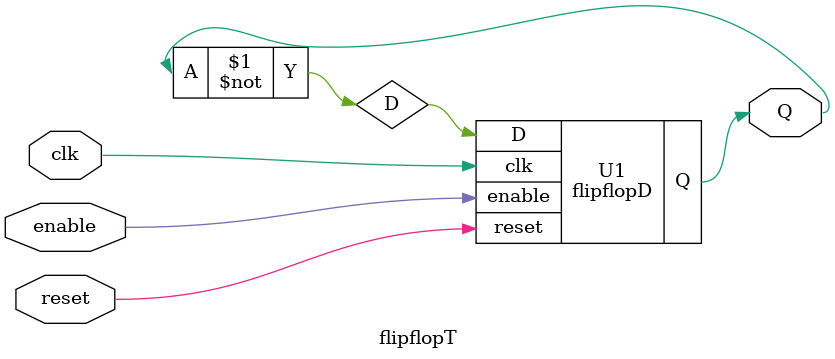
<source format=v>

module flipflopD (input wire clk, reset, enable, D,
                  output reg Q);

    always @ ( posedge clk, posedge reset ) begin
      if (reset) begin
        Q <= 1'b0;
      end
      else if (enable) begin //SI EL ENABLE == 1 DEJA PASAR EL VALOR DE D A LA SALIDA Q
        Q <= D;
      end
    end
endmodule // flipflopD

module flipflopT(input wire clk, reset, enable,
                output wire Q);

    wire D;
    not U1(D,Q); // TOMAMOS EL VALOR DE LA SALIDA Y XOR CON 1
    //SE UTILIZO LA XOR POR LA TABLA DE VERDAD, CUANDO EL DATO DE LA ENTRADA ES EL MISMO = 0, DIFERENTES = 1
    flipflopD U1(clk, reset, enable, D, Q);

endmodule

</source>
